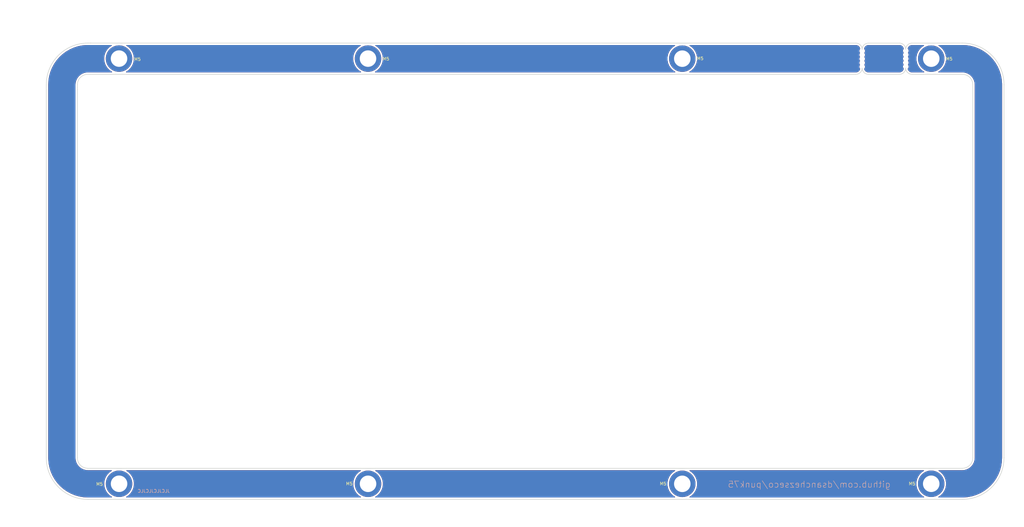
<source format=kicad_pcb>
(kicad_pcb (version 20171130) (host pcbnew 5.1.6)

  (general
    (thickness 1.6)
    (drawings 34)
    (tracks 0)
    (zones 0)
    (modules 10)
    (nets 1)
  )

  (page A3)
  (layers
    (0 F.Cu signal)
    (31 B.Cu signal)
    (32 B.Adhes user hide)
    (33 F.Adhes user hide)
    (34 B.Paste user)
    (35 F.Paste user)
    (36 B.SilkS user)
    (37 F.SilkS user)
    (38 B.Mask user)
    (39 F.Mask user)
    (40 Dwgs.User user hide)
    (41 Cmts.User user hide)
    (42 Eco1.User user hide)
    (43 Eco2.User user hide)
    (44 Edge.Cuts user)
    (45 Margin user hide)
    (46 B.CrtYd user hide)
    (47 F.CrtYd user hide)
    (48 B.Fab user hide)
    (49 F.Fab user hide)
  )

  (setup
    (last_trace_width 0.25)
    (trace_clearance 0.2)
    (zone_clearance 0.508)
    (zone_45_only no)
    (trace_min 0.2)
    (via_size 0.8)
    (via_drill 0.4)
    (via_min_size 0.4)
    (via_min_drill 0.3)
    (uvia_size 0.3)
    (uvia_drill 0.1)
    (uvias_allowed no)
    (uvia_min_size 0.2)
    (uvia_min_drill 0.1)
    (edge_width 0.05)
    (segment_width 0.2)
    (pcb_text_width 0.3)
    (pcb_text_size 1.5 1.5)
    (mod_edge_width 0.12)
    (mod_text_size 1 1)
    (mod_text_width 0.15)
    (pad_size 2.831378 2.25)
    (pad_drill 2.051378)
    (pad_to_mask_clearance 0.051)
    (solder_mask_min_width 0.25)
    (aux_axis_origin 0 0)
    (visible_elements 7FFFFFFF)
    (pcbplotparams
      (layerselection 0x010f0_ffffffff)
      (usegerberextensions false)
      (usegerberattributes false)
      (usegerberadvancedattributes false)
      (creategerberjobfile false)
      (excludeedgelayer true)
      (linewidth 0.100000)
      (plotframeref false)
      (viasonmask false)
      (mode 1)
      (useauxorigin true)
      (hpglpennumber 1)
      (hpglpenspeed 20)
      (hpglpendiameter 15.000000)
      (psnegative false)
      (psa4output false)
      (plotreference true)
      (plotvalue true)
      (plotinvisibletext false)
      (padsonsilk false)
      (subtractmaskfromsilk false)
      (outputformat 1)
      (mirror false)
      (drillshape 0)
      (scaleselection 1)
      (outputdirectory "generated/gerber/"))
  )

  (net 0 "")

  (net_class Default "This is the default net class."
    (clearance 0.2)
    (trace_width 0.25)
    (via_dia 0.8)
    (via_drill 0.4)
    (uvia_dia 0.3)
    (uvia_drill 0.1)
  )

  (net_class Power ""
    (clearance 0.2)
    (trace_width 0.38)
    (via_dia 0.8)
    (via_drill 0.4)
    (uvia_dia 0.3)
    (uvia_drill 0.1)
  )

  (module MountingHole:MountingHole_5.3mm_M5_ISO14580_Pad (layer F.Cu) (tedit 56D1B4CB) (tstamp 5EE8E50F)
    (at 352.75 99.5)
    (descr "Mounting Hole 5.3mm, M5, ISO14580")
    (tags "mounting hole 5.3mm m5 iso14580")
    (attr virtual)
    (fp_text reference REF** (at 0 -4.2) (layer F.Fab)
      (effects (font (size 1 1) (thickness 0.15)))
    )
    (fp_text value M5 (at 5.771 0.068) (layer F.SilkS)
      (effects (font (size 1 1) (thickness 0.15)))
    )
    (fp_text user %R (at 0.3 0) (layer F.Fab)
      (effects (font (size 1 1) (thickness 0.15)))
    )
    (fp_circle (center 0 0) (end 4.25 0) (layer Cmts.User) (width 0.15))
    (fp_circle (center 0 0) (end 4.5 0) (layer F.CrtYd) (width 0.05))
    (pad 1 thru_hole circle (at 0 0) (size 8.5 8.5) (drill 5.3) (layers *.Cu *.Mask))
  )

  (module MountingHole:MountingHole_5.3mm_M5_ISO14580_Pad (layer F.Cu) (tedit 56D1B4CB) (tstamp 5EE8E46A)
    (at 171.76 99.48)
    (descr "Mounting Hole 5.3mm, M5, ISO14580")
    (tags "mounting hole 5.3mm m5 iso14580")
    (attr virtual)
    (fp_text reference REF** (at 0 -4.2) (layer F.Fab)
      (effects (font (size 1 1) (thickness 0.15)))
    )
    (fp_text value M5 (at 5.786 0.088) (layer F.SilkS)
      (effects (font (size 1 1) (thickness 0.15)))
    )
    (fp_text user %R (at 0.3 0) (layer F.Fab)
      (effects (font (size 1 1) (thickness 0.15)))
    )
    (fp_circle (center 0 0) (end 4.25 0) (layer Cmts.User) (width 0.15))
    (fp_circle (center 0 0) (end 4.5 0) (layer F.CrtYd) (width 0.05))
    (pad 1 thru_hole circle (at 0 0) (size 8.5 8.5) (drill 5.3) (layers *.Cu *.Mask))
  )

  (module MountingHole:MountingHole_5.3mm_M5_ISO14580_Pad (layer F.Cu) (tedit 56D1B4CB) (tstamp 5EE8E445)
    (at 91.75 99.48)
    (descr "Mounting Hole 5.3mm, M5, ISO14580")
    (tags "mounting hole 5.3mm m5 iso14580")
    (attr virtual)
    (fp_text reference REF** (at 0 -4.2) (layer F.Fab)
      (effects (font (size 1 1) (thickness 0.15)))
    )
    (fp_text value M5 (at 5.913 0.215) (layer F.SilkS)
      (effects (font (size 1 1) (thickness 0.15)))
    )
    (fp_text user %R (at 0.3 0) (layer F.Fab)
      (effects (font (size 1 1) (thickness 0.15)))
    )
    (fp_circle (center 0 0) (end 4.25 0) (layer Cmts.User) (width 0.15))
    (fp_circle (center 0 0) (end 4.5 0) (layer F.CrtYd) (width 0.05))
    (pad 1 thru_hole circle (at 0 0) (size 8.5 8.5) (drill 5.3) (layers *.Cu *.Mask))
  )

  (module MountingHole:MountingHole_5.3mm_M5_ISO14580_Pad (layer F.Cu) (tedit 56D1B4CB) (tstamp 5EE8E403)
    (at 272.75 236.13)
    (descr "Mounting Hole 5.3mm, M5, ISO14580")
    (tags "mounting hole 5.3mm m5 iso14580")
    (attr virtual)
    (fp_text reference REF** (at 0.03 4.2) (layer F.Fab)
      (effects (font (size 1 1) (thickness 0.15)))
    )
    (fp_text value M5 (at -6.177 -0.037) (layer F.SilkS)
      (effects (font (size 1 1) (thickness 0.15)))
    )
    (fp_text user %R (at 0.3 0) (layer F.Fab)
      (effects (font (size 1 1) (thickness 0.15)))
    )
    (fp_circle (center 0 0) (end 4.25 0) (layer Cmts.User) (width 0.15))
    (fp_circle (center 0 0) (end 4.5 0) (layer F.CrtYd) (width 0.05))
    (pad 1 thru_hole circle (at 0 0) (size 8.5 8.5) (drill 5.3) (layers *.Cu *.Mask))
  )

  (module MountingHole:MountingHole_5.3mm_M5_ISO14580_Pad (layer F.Cu) (tedit 56D1B4CB) (tstamp 5EE8E3B9)
    (at 171.77 236.12)
    (descr "Mounting Hole 5.3mm, M5, ISO14580")
    (tags "mounting hole 5.3mm m5 iso14580")
    (attr virtual)
    (fp_text reference REF** (at 0 4.17) (layer F.Fab)
      (effects (font (size 1 1) (thickness 0.15)))
    )
    (fp_text value M5 (at -6.035 -0.027) (layer F.SilkS)
      (effects (font (size 1 1) (thickness 0.15)))
    )
    (fp_text user %R (at 0.3 0) (layer F.Fab)
      (effects (font (size 1 1) (thickness 0.15)))
    )
    (fp_circle (center 0 0) (end 4.25 0) (layer Cmts.User) (width 0.15))
    (fp_circle (center 0 0) (end 4.5 0) (layer F.CrtYd) (width 0.05))
    (pad 1 thru_hole circle (at 0 0) (size 8.5 8.5) (drill 5.3) (layers *.Cu *.Mask))
  )

  (module MountingHole:MountingHole_5.3mm_M5_ISO14580_Pad (layer F.Cu) (tedit 56D1B4CB) (tstamp 5EE8E36D)
    (at 91.76 236.11)
    (descr "Mounting Hole 5.3mm, M5, ISO14580")
    (tags "mounting hole 5.3mm m5 iso14580")
    (attr virtual)
    (fp_text reference REF** (at -0.01 4.1) (layer F.Fab)
      (effects (font (size 1 1) (thickness 0.15)))
    )
    (fp_text value M5 (at -6.289 0.11) (layer F.SilkS)
      (effects (font (size 1 1) (thickness 0.15)))
    )
    (fp_text user %R (at 0.3 0) (layer F.Fab)
      (effects (font (size 1 1) (thickness 0.15)))
    )
    (fp_circle (center 0 0) (end 4.25 0) (layer Cmts.User) (width 0.15))
    (fp_circle (center 0 0) (end 4.5 0) (layer F.CrtYd) (width 0.05))
    (pad 1 thru_hole circle (at 0 0) (size 8.5 8.5) (drill 5.3) (layers *.Cu *.Mask))
  )

  (module MountingHole:MountingHole_5.3mm_M5_ISO14580_Pad (layer F.Cu) (tedit 56D1B4CB) (tstamp 5EE8E307)
    (at 352.74 236.11)
    (descr "Mounting Hole 5.3mm, M5, ISO14580")
    (tags "mounting hole 5.3mm m5 iso14580")
    (attr virtual)
    (fp_text reference REF** (at 0.11 4.13) (layer F.Fab)
      (effects (font (size 1 1) (thickness 0.15)))
    )
    (fp_text value M5 (at -6.157 -0.017) (layer F.SilkS)
      (effects (font (size 1 1) (thickness 0.15)))
    )
    (fp_text user %R (at 0.3 0) (layer F.Fab)
      (effects (font (size 1 1) (thickness 0.15)))
    )
    (fp_circle (center 0 0) (end 4.25 0) (layer Cmts.User) (width 0.15))
    (fp_circle (center 0 0) (end 4.5 0) (layer F.CrtYd) (width 0.05))
    (pad 1 thru_hole circle (at 0 0) (size 8.5 8.5) (drill 5.3) (layers *.Cu *.Mask))
  )

  (module MountingHole:MountingHole_5.3mm_M5_ISO14580_Pad (layer F.Cu) (tedit 56D1B4CB) (tstamp 5EE8E4C0)
    (at 272.75 99.5)
    (descr "Mounting Hole 5.3mm, M5, ISO14580")
    (tags "mounting hole 5.3mm m5 iso14580")
    (attr virtual)
    (fp_text reference REF** (at 0 -4.2) (layer F.Fab)
      (effects (font (size 1 1) (thickness 0.15)))
    )
    (fp_text value M5 (at 5.761 -0.059) (layer F.SilkS)
      (effects (font (size 1 1) (thickness 0.15)))
    )
    (fp_text user %R (at 0.3 0) (layer F.Fab)
      (effects (font (size 1 1) (thickness 0.15)))
    )
    (fp_circle (center 0 0) (end 4.25 0) (layer Cmts.User) (width 0.15))
    (fp_circle (center 0 0) (end 4.5 0) (layer F.CrtYd) (width 0.05))
    (pad 1 thru_hole circle (at 0 0) (size 8.5 8.5) (drill 5.3) (layers *.Cu *.Mask))
  )

  (module random-keyboard-parts:breakaway-mousebites (layer F.Cu) (tedit 5C42C501) (tstamp 5EE92B54)
    (at 344.8304 99.5172 90)
    (attr virtual)
    (fp_text reference REF** (at 0 -1.524 90) (layer Dwgs.User)
      (effects (font (size 1 1) (thickness 0.15)))
    )
    (fp_text value breakaway-mousebites (at 0 0.762 90) (layer Dwgs.User)
      (effects (font (size 1 1) (thickness 0.15)))
    )
    (fp_line (start -2.794 0) (end 2.794 0) (layer Dwgs.User) (width 0.15))
    (fp_line (start 0.254 0) (end -0.254 0) (layer B.CrtYd) (width 0.15))
    (fp_line (start -1.016 0) (end -1.524 0) (layer B.CrtYd) (width 0.15))
    (fp_line (start -2.286 0) (end -2.794 0) (layer B.CrtYd) (width 0.15))
    (fp_line (start 1.016 0) (end 1.524 0) (layer B.CrtYd) (width 0.15))
    (fp_line (start 2.286 0) (end 2.794 0) (layer B.CrtYd) (width 0.15))
    (pad "" np_thru_hole circle (at 0 -0.254 90) (size 0.7874 0.7874) (drill 0.7874) (layers *.Cu *.Mask))
    (pad "" np_thru_hole circle (at 1.27 -0.254 90) (size 0.7874 0.7874) (drill 0.7874) (layers *.Cu *.Mask))
    (pad "" np_thru_hole circle (at 2.54 -0.254 90) (size 0.7874 0.7874) (drill 0.7874) (layers *.Cu *.Mask))
    (pad "" np_thru_hole circle (at -1.27 -0.254 90) (size 0.7874 0.7874) (drill 0.7874) (layers *.Cu *.Mask))
    (pad "" np_thru_hole circle (at -2.54 -0.254 90) (size 0.7874 0.7874) (drill 0.7874) (layers *.Cu *.Mask))
  )

  (module random-keyboard-parts:breakaway-mousebites (layer F.Cu) (tedit 5C42C501) (tstamp 5EE92B8D)
    (at 330.8096 99.568 90)
    (attr virtual)
    (fp_text reference REF** (at 0 -1.524 90) (layer Dwgs.User)
      (effects (font (size 1 1) (thickness 0.15)))
    )
    (fp_text value breakaway-mousebites (at 0 0.762 90) (layer Dwgs.User)
      (effects (font (size 1 1) (thickness 0.15)))
    )
    (fp_line (start 2.286 0) (end 2.794 0) (layer B.CrtYd) (width 0.15))
    (fp_line (start 1.016 0) (end 1.524 0) (layer B.CrtYd) (width 0.15))
    (fp_line (start -2.286 0) (end -2.794 0) (layer B.CrtYd) (width 0.15))
    (fp_line (start -1.016 0) (end -1.524 0) (layer B.CrtYd) (width 0.15))
    (fp_line (start 0.254 0) (end -0.254 0) (layer B.CrtYd) (width 0.15))
    (fp_line (start -2.794 0) (end 2.794 0) (layer Dwgs.User) (width 0.15))
    (pad "" np_thru_hole circle (at -2.54 -0.254 90) (size 0.7874 0.7874) (drill 0.7874) (layers *.Cu *.Mask))
    (pad "" np_thru_hole circle (at -1.27 -0.254 90) (size 0.7874 0.7874) (drill 0.7874) (layers *.Cu *.Mask))
    (pad "" np_thru_hole circle (at 2.54 -0.254 90) (size 0.7874 0.7874) (drill 0.7874) (layers *.Cu *.Mask))
    (pad "" np_thru_hole circle (at 1.27 -0.254 90) (size 0.7874 0.7874) (drill 0.7874) (layers *.Cu *.Mask))
    (pad "" np_thru_hole circle (at 0 -0.254 90) (size 0.7874 0.7874) (drill 0.7874) (layers *.Cu *.Mask))
  )

  (gr_line (start 342.5444 104.519999) (end 332.549 104.519999) (layer Edge.Cuts) (width 0.2) (tstamp 5EE92BD8))
  (gr_arc (start 332.549 102.519999) (end 330.549 102.519999) (angle -90) (layer Edge.Cuts) (width 0.2) (tstamp 5EE92BD5))
  (gr_arc (start 342.5444 102.519999) (end 342.5444 104.519999) (angle -90) (layer Edge.Cuts) (width 0.2) (tstamp 5EE92BD2))
  (gr_line (start 342.5444 94.52) (end 332.549 94.52) (layer Edge.Cuts) (width 0.2) (tstamp 5EE92BCE))
  (gr_arc (start 342.5444 96.52) (end 344.549 96.52) (angle -90) (layer Edge.Cuts) (width 0.2) (tstamp 5EE92BCC))
  (gr_arc (start 332.549 96.52) (end 332.549 94.52) (angle -90) (layer Edge.Cuts) (width 0.2) (tstamp 5EE92BC9))
  (gr_line (start 328.549 94.52) (end 82.555 94.49775) (layer Edge.Cuts) (width 0.2))
  (gr_line (start 366.111976 227.7575) (end 366.111976 107.90125) (layer Edge.Cuts) (width 0.2))
  (gr_arc (start 81.743226 107.90125) (end 81.743226 104.519999) (angle -90) (layer Edge.Cuts) (width 0.2))
  (gr_line (start 82.536976 104.519999) (end 81.743226 104.519999) (layer Edge.Cuts) (width 0.2))
  (gr_line (start 362.74875 94.49775) (end 346.549 94.52) (layer Edge.Cuts) (width 0.2))
  (gr_line (start 362.730726 104.519999) (end 346.549 104.519999) (layer Edge.Cuts) (width 0.2))
  (gr_arc (start 362.730726 107.90125) (end 366.111976 107.90125) (angle -90) (layer Edge.Cuts) (width 0.2))
  (gr_arc (start 81.743226 227.7575) (end 78.361975 227.7575) (angle -90) (layer Edge.Cuts) (width 0.2))
  (gr_line (start 81.743226 231.13875) (end 362.730726 231.13875) (layer Edge.Cuts) (width 0.2))
  (gr_arc (start 346.549 96.52) (end 346.549 94.52) (angle -90) (layer Edge.Cuts) (width 0.2))
  (gr_arc (start 346.549 102.519999) (end 344.5444 102.519999) (angle -90) (layer Edge.Cuts) (width 0.2))
  (gr_line (start 78.361975 107.90125) (end 78.361975 109.48875) (layer Edge.Cuts) (width 0.2))
  (gr_line (start 78.361975 109.48875) (end 78.361975 227.7575) (layer Edge.Cuts) (width 0.2))
  (gr_arc (start 362.730726 227.7575) (end 362.730726 231.13875) (angle -90) (layer Edge.Cuts) (width 0.2))
  (gr_line (start 82.536976 104.519999) (end 328.549 104.519999) (layer Edge.Cuts) (width 0.2))
  (gr_arc (start 328.549 102.519999) (end 328.549 104.519999) (angle -90) (layer Edge.Cuts) (width 0.2))
  (gr_arc (start 328.549 96.52) (end 330.549 96.52) (angle -90) (layer Edge.Cuts) (width 0.2))
  (gr_line (start 376.13 227.73525) (end 376.13 107.879) (layer Edge.Cuts) (width 0.2))
  (gr_arc (start 362.74875 227.73525) (end 362.74875 241.1165) (angle -90) (layer Edge.Cuts) (width 0.2))
  (gr_arc (start 81.76125 107.879) (end 81.76125 94.49775) (angle -90) (layer Edge.Cuts) (width 0.2))
  (gr_line (start 82.555 94.49775) (end 81.76125 94.49775) (layer Edge.Cuts) (width 0.2))
  (gr_line (start 81.76125 241.1165) (end 362.74875 241.1165) (layer Edge.Cuts) (width 0.2))
  (gr_line (start 68.38 109.4665) (end 68.38 227.73525) (layer Edge.Cuts) (width 0.2))
  (gr_arc (start 81.76125 227.73525) (end 68.38 227.73525) (angle -90) (layer Edge.Cuts) (width 0.2))
  (gr_line (start 68.38 107.879) (end 68.38 109.4665) (layer Edge.Cuts) (width 0.2))
  (gr_arc (start 362.74875 107.879) (end 376.13 107.879) (angle -90) (layer Edge.Cuts) (width 0.2))
  (gr_text JLCJLCJLCJLC (at 102.9 238.44) (layer B.SilkS)
    (effects (font (size 1 1) (thickness 0.15)) (justify mirror))
  )
  (gr_text github.com/dsanchezseco/punk75 (at 313.5376 236.3216) (layer B.SilkS) (tstamp 5EC58117)
    (effects (font (size 2 2) (thickness 0.15)) (justify mirror))
  )

  (zone (net 0) (net_name "") (layer F.Cu) (tstamp 5EE92C2F) (hatch edge 0.508)
    (connect_pads (clearance 0.508))
    (min_thickness 0.254)
    (fill yes (arc_segments 32) (thermal_gap 0.508) (thermal_bridge_width 0.508))
    (polygon
      (pts
        (xy 382.57 85.6) (xy 382.45 249.83) (xy 53.54 247.92) (xy 55.59 80.76)
      )
    )
    (filled_polygon
      (pts
        (xy 168.655994 232.325573) (xy 167.975573 233.005994) (xy 167.44097 233.806085) (xy 167.072728 234.695098) (xy 166.885 235.63887)
        (xy 166.885 236.60113) (xy 167.072728 237.544902) (xy 167.44097 238.433915) (xy 167.975573 239.234006) (xy 168.655994 239.914427)
        (xy 169.355019 240.3815) (xy 94.160015 240.3815) (xy 94.874006 239.904427) (xy 95.554427 239.224006) (xy 96.08903 238.423915)
        (xy 96.457272 237.534902) (xy 96.645 236.59113) (xy 96.645 235.62887) (xy 96.457272 234.685098) (xy 96.08903 233.796085)
        (xy 95.554427 232.995994) (xy 94.874006 232.315573) (xy 94.21277 231.87375) (xy 169.332196 231.87375)
      )
    )
    (filled_polygon
      (pts
        (xy 89.312779 95.233361) (xy 88.635994 95.685573) (xy 87.955573 96.365994) (xy 87.42097 97.166085) (xy 87.052728 98.055098)
        (xy 86.865 98.99887) (xy 86.865 99.96113) (xy 87.052728 100.904902) (xy 87.42097 101.793915) (xy 87.955573 102.594006)
        (xy 88.635994 103.274427) (xy 89.40012 103.784999) (xy 81.707121 103.784999) (xy 81.67408 103.788253) (xy 81.653006 103.788106)
        (xy 81.642792 103.789107) (xy 80.986502 103.858086) (xy 80.921188 103.871493) (xy 80.85581 103.883965) (xy 80.845985 103.88693)
        (xy 80.215594 104.082069) (xy 80.154131 104.107906) (xy 80.092417 104.13284) (xy 80.08336 104.137655) (xy 80.083355 104.137657)
        (xy 80.083351 104.13766) (xy 79.50287 104.451524) (xy 79.447631 104.488784) (xy 79.3919 104.525253) (xy 79.383947 104.531739)
        (xy 78.875482 104.952378) (xy 78.828505 104.999684) (xy 78.780947 105.046256) (xy 78.774405 105.054163) (xy 78.357326 105.565552)
        (xy 78.320439 105.621071) (xy 78.282825 105.676006) (xy 78.277943 105.685033) (xy 77.968137 106.267694) (xy 77.942742 106.329307)
        (xy 77.916509 106.390513) (xy 77.913474 106.400316) (xy 77.72274 107.032056) (xy 77.709793 107.097446) (xy 77.695951 107.162566)
        (xy 77.694878 107.172772) (xy 77.630483 107.829527) (xy 77.626975 107.865146) (xy 77.626976 109.452636) (xy 77.626975 109.452646)
        (xy 77.626976 227.793605) (xy 77.630229 227.826636) (xy 77.630082 227.84772) (xy 77.631083 227.857934) (xy 77.700062 228.514224)
        (xy 77.713469 228.579538) (xy 77.725941 228.644916) (xy 77.728906 228.65474) (xy 77.924045 229.285132) (xy 77.949883 229.346599)
        (xy 77.974816 229.40831) (xy 77.979633 229.417371) (xy 78.2935 229.997856) (xy 78.33078 230.053126) (xy 78.367229 230.108826)
        (xy 78.373715 230.116779) (xy 78.794354 230.625243) (xy 78.841641 230.672202) (xy 78.888232 230.719779) (xy 78.896139 230.726321)
        (xy 79.407528 231.1434) (xy 79.463047 231.180287) (xy 79.517982 231.217901) (xy 79.527009 231.222783) (xy 80.109669 231.532589)
        (xy 80.171296 231.55799) (xy 80.232489 231.584217) (xy 80.242292 231.587252) (xy 80.874032 231.777986) (xy 80.939422 231.790933)
        (xy 81.004542 231.804775) (xy 81.014746 231.805848) (xy 81.014748 231.805848) (xy 81.671503 231.870243) (xy 81.671513 231.870243)
        (xy 81.707121 231.87375) (xy 89.30723 231.87375) (xy 88.645994 232.315573) (xy 87.965573 232.995994) (xy 87.43097 233.796085)
        (xy 87.062728 234.685098) (xy 86.875 235.62887) (xy 86.875 236.59113) (xy 87.062728 237.534902) (xy 87.43097 238.423915)
        (xy 87.965573 239.224006) (xy 88.645994 239.904427) (xy 89.359985 240.3815) (xy 81.78145 240.3815) (xy 80.373653 240.304024)
        (xy 79.002805 240.075853) (xy 77.66527 239.69863) (xy 76.37721 239.176911) (xy 75.154179 238.517) (xy 74.010957 237.72687)
        (xy 72.96134 236.816059) (xy 72.018006 235.795567) (xy 71.192349 234.677717) (xy 70.494349 233.476022) (xy 69.932433 232.204992)
        (xy 69.513382 230.879965) (xy 69.242265 229.516968) (xy 69.121104 228.118028) (xy 69.115 227.729498) (xy 69.115 107.8992)
        (xy 69.192476 106.491394) (xy 69.420647 105.120554) (xy 69.79787 103.783021) (xy 70.319585 102.494967) (xy 70.979496 101.271936)
        (xy 71.769633 100.128703) (xy 72.680445 99.079085) (xy 73.700933 98.135756) (xy 74.818783 97.310099) (xy 76.020478 96.612099)
        (xy 77.291505 96.050184) (xy 78.616536 95.631132) (xy 79.97953 95.360015) (xy 81.378474 95.238854) (xy 81.767002 95.23275)
        (xy 82.563052 95.23275)
      )
    )
    (filled_polygon
      (pts
        (xy 269.635994 232.335573) (xy 268.955573 233.015994) (xy 268.42097 233.816085) (xy 268.052728 234.705098) (xy 267.865 235.64887)
        (xy 267.865 236.61113) (xy 268.052728 237.554902) (xy 268.42097 238.443915) (xy 268.955573 239.244006) (xy 269.635994 239.924427)
        (xy 270.320053 240.3815) (xy 174.184981 240.3815) (xy 174.884006 239.914427) (xy 175.564427 239.234006) (xy 176.09903 238.433915)
        (xy 176.467272 237.544902) (xy 176.655 236.60113) (xy 176.655 235.63887) (xy 176.467272 234.695098) (xy 176.09903 233.806085)
        (xy 175.564427 233.005994) (xy 174.884006 232.325573) (xy 174.207804 231.87375) (xy 270.327162 231.87375)
      )
    )
    (filled_polygon
      (pts
        (xy 349.625994 232.315573) (xy 348.945573 232.995994) (xy 348.41097 233.796085) (xy 348.042728 234.685098) (xy 347.855 235.62887)
        (xy 347.855 236.59113) (xy 348.042728 237.534902) (xy 348.41097 238.423915) (xy 348.945573 239.224006) (xy 349.625994 239.904427)
        (xy 350.339985 240.3815) (xy 275.179947 240.3815) (xy 275.864006 239.924427) (xy 276.544427 239.244006) (xy 277.07903 238.443915)
        (xy 277.447272 237.554902) (xy 277.635 236.61113) (xy 277.635 235.64887) (xy 277.447272 234.705098) (xy 277.07903 233.816085)
        (xy 276.544427 233.015994) (xy 275.864006 232.335573) (xy 275.172838 231.87375) (xy 350.28723 231.87375)
      )
    )
    (filled_polygon
      (pts
        (xy 364.136356 95.310226) (xy 365.507196 95.538397) (xy 366.844729 95.91562) (xy 368.132783 96.437335) (xy 369.355814 97.097246)
        (xy 370.499047 97.887383) (xy 371.548665 98.798195) (xy 372.491994 99.818683) (xy 373.317651 100.936533) (xy 374.015651 102.138228)
        (xy 374.577566 103.409255) (xy 374.996618 104.734286) (xy 375.267735 106.09728) (xy 375.388896 107.496224) (xy 375.395001 107.884816)
        (xy 375.395 227.71505) (xy 375.317524 229.122847) (xy 375.089353 230.493695) (xy 374.71213 231.83123) (xy 374.190411 233.11929)
        (xy 373.5305 234.342321) (xy 372.74037 235.485543) (xy 371.829559 236.53516) (xy 370.809067 237.478494) (xy 369.691217 238.304151)
        (xy 368.489522 239.002151) (xy 367.218492 239.564067) (xy 365.893465 239.983118) (xy 364.530468 240.254235) (xy 363.131528 240.375396)
        (xy 362.742998 240.3815) (xy 355.140015 240.3815) (xy 355.854006 239.904427) (xy 356.534427 239.224006) (xy 357.06903 238.423915)
        (xy 357.437272 237.534902) (xy 357.625 236.59113) (xy 357.625 235.62887) (xy 357.437272 234.685098) (xy 357.06903 233.796085)
        (xy 356.534427 232.995994) (xy 355.854006 232.315573) (xy 355.19277 231.87375) (xy 362.766831 231.87375) (xy 362.799872 231.870496)
        (xy 362.820946 231.870643) (xy 362.83116 231.869642) (xy 363.48745 231.800663) (xy 363.552764 231.787256) (xy 363.618142 231.774784)
        (xy 363.627966 231.771819) (xy 364.258358 231.57668) (xy 364.319825 231.550842) (xy 364.381536 231.525909) (xy 364.390588 231.521096)
        (xy 364.390597 231.521092) (xy 364.390604 231.521087) (xy 364.971081 231.207224) (xy 365.026325 231.169962) (xy 365.082051 231.133496)
        (xy 365.090004 231.12701) (xy 365.598468 230.706371) (xy 365.645427 230.659084) (xy 365.693004 230.612493) (xy 365.699546 230.604586)
        (xy 366.116625 230.093197) (xy 366.153512 230.037678) (xy 366.191126 229.982743) (xy 366.196008 229.973716) (xy 366.505814 229.391056)
        (xy 366.531215 229.329429) (xy 366.557442 229.268236) (xy 366.560477 229.258433) (xy 366.751211 228.626694) (xy 366.76416 228.561298)
        (xy 366.778 228.496184) (xy 366.779073 228.485978) (xy 366.843468 227.829223) (xy 366.846976 227.793605) (xy 366.846976 107.865145)
        (xy 366.843722 107.832104) (xy 366.843869 107.81103) (xy 366.842868 107.800816) (xy 366.773889 107.144526) (xy 366.760482 107.079212)
        (xy 366.74801 107.013834) (xy 366.745045 107.004009) (xy 366.549906 106.373618) (xy 366.524068 106.312151) (xy 366.499135 106.25044)
        (xy 366.494318 106.241379) (xy 366.18045 105.660895) (xy 366.143198 105.605667) (xy 366.106722 105.549925) (xy 366.100236 105.541972)
        (xy 365.679597 105.033507) (xy 365.632291 104.98653) (xy 365.585719 104.938972) (xy 365.577812 104.93243) (xy 365.066423 104.515351)
        (xy 365.010904 104.478464) (xy 364.955969 104.44085) (xy 364.946942 104.435968) (xy 364.364281 104.126162) (xy 364.302668 104.100767)
        (xy 364.241462 104.074534) (xy 364.231659 104.071499) (xy 363.59992 103.880765) (xy 363.53453 103.867818) (xy 363.46941 103.853976)
        (xy 363.459206 103.852903) (xy 363.459204 103.852903) (xy 362.804645 103.788723) (xy 362.766831 103.784999) (xy 355.129812 103.784999)
        (xy 355.864006 103.294427) (xy 356.544427 102.614006) (xy 357.07903 101.813915) (xy 357.447272 100.924902) (xy 357.635 99.98113)
        (xy 357.635 99.01887) (xy 357.447272 98.075098) (xy 357.07903 97.186085) (xy 356.544427 96.385994) (xy 355.864006 95.705573)
        (xy 355.17195 95.243156) (xy 362.729041 95.232777)
      )
    )
    (filled_polygon
      (pts
        (xy 328.513017 95.254996) (xy 328.794021 95.282549) (xy 329.029712 95.353708) (xy 329.247089 95.469291) (xy 329.437879 95.624895)
        (xy 329.594811 95.814593) (xy 329.711906 96.031157) (xy 329.784709 96.266344) (xy 329.792103 96.336696) (xy 329.756557 96.372242)
        (xy 329.643978 96.540728) (xy 329.566433 96.727939) (xy 329.5269 96.926682) (xy 329.5269 97.129318) (xy 329.566433 97.328061)
        (xy 329.643978 97.515272) (xy 329.742687 97.663) (xy 329.643978 97.810728) (xy 329.566433 97.997939) (xy 329.5269 98.196682)
        (xy 329.5269 98.399318) (xy 329.566433 98.598061) (xy 329.643978 98.785272) (xy 329.742687 98.933) (xy 329.643978 99.080728)
        (xy 329.566433 99.267939) (xy 329.5269 99.466682) (xy 329.5269 99.669318) (xy 329.566433 99.868061) (xy 329.643978 100.055272)
        (xy 329.742687 100.203) (xy 329.643978 100.350728) (xy 329.566433 100.537939) (xy 329.5269 100.736682) (xy 329.5269 100.939318)
        (xy 329.566433 101.138061) (xy 329.643978 101.325272) (xy 329.742687 101.473) (xy 329.643978 101.620728) (xy 329.566433 101.807939)
        (xy 329.5269 102.006682) (xy 329.5269 102.209318) (xy 329.566433 102.408061) (xy 329.643978 102.595272) (xy 329.756557 102.763758)
        (xy 329.779811 102.787012) (xy 329.715291 103.000711) (xy 329.599711 103.218087) (xy 329.444104 103.408878) (xy 329.254408 103.56581)
        (xy 329.037843 103.682905) (xy 328.802656 103.755708) (xy 328.523972 103.784999) (xy 275.129812 103.784999) (xy 275.864006 103.294427)
        (xy 276.544427 102.614006) (xy 277.07903 101.813915) (xy 277.447272 100.924902) (xy 277.635 99.98113) (xy 277.635 99.01887)
        (xy 277.447272 98.075098) (xy 277.07903 97.186085) (xy 276.544427 96.385994) (xy 275.864006 95.705573) (xy 275.18245 95.250173)
      )
    )
    (filled_polygon
      (pts
        (xy 169.311949 95.240597) (xy 168.645994 95.685573) (xy 167.965573 96.365994) (xy 167.43097 97.166085) (xy 167.062728 98.055098)
        (xy 166.875 98.99887) (xy 166.875 99.96113) (xy 167.062728 100.904902) (xy 167.43097 101.793915) (xy 167.965573 102.594006)
        (xy 168.645994 103.274427) (xy 169.41012 103.784999) (xy 94.09988 103.784999) (xy 94.864006 103.274427) (xy 95.544427 102.594006)
        (xy 96.07903 101.793915) (xy 96.447272 100.904902) (xy 96.635 99.96113) (xy 96.635 98.99887) (xy 96.447272 98.055098)
        (xy 96.07903 97.166085) (xy 95.544427 96.365994) (xy 94.864006 95.685573) (xy 94.187881 95.233801)
      )
    )
    (filled_polygon
      (pts
        (xy 342.790313 95.278036) (xy 343.026863 95.349455) (xy 343.245034 95.465458) (xy 343.43652 95.621631) (xy 343.594023 95.812019)
        (xy 343.71155 96.02938) (xy 343.784616 96.265416) (xy 343.789254 96.309545) (xy 343.777357 96.321442) (xy 343.664778 96.489928)
        (xy 343.587233 96.677139) (xy 343.5477 96.875882) (xy 343.5477 97.078518) (xy 343.587233 97.277261) (xy 343.664778 97.464472)
        (xy 343.763487 97.6122) (xy 343.664778 97.759928) (xy 343.587233 97.947139) (xy 343.5477 98.145882) (xy 343.5477 98.348518)
        (xy 343.587233 98.547261) (xy 343.664778 98.734472) (xy 343.763487 98.8822) (xy 343.664778 99.029928) (xy 343.587233 99.217139)
        (xy 343.5477 99.415882) (xy 343.5477 99.618518) (xy 343.587233 99.817261) (xy 343.664778 100.004472) (xy 343.763487 100.1522)
        (xy 343.664778 100.299928) (xy 343.587233 100.487139) (xy 343.5477 100.685882) (xy 343.5477 100.888518) (xy 343.587233 101.087261)
        (xy 343.664778 101.274472) (xy 343.763487 101.4222) (xy 343.664778 101.569928) (xy 343.587233 101.757139) (xy 343.5477 101.955882)
        (xy 343.5477 102.158518) (xy 343.587233 102.357261) (xy 343.664778 102.544472) (xy 343.777357 102.712958) (xy 343.786098 102.721699)
        (xy 343.781851 102.76502) (xy 343.710691 103.000711) (xy 343.595111 103.218087) (xy 343.439504 103.408878) (xy 343.249808 103.56581)
        (xy 343.033243 103.682905) (xy 342.798056 103.755708) (xy 342.519372 103.784999) (xy 332.584947 103.784999) (xy 332.303979 103.75745)
        (xy 332.068288 103.68629) (xy 331.850912 103.57071) (xy 331.660121 103.415103) (xy 331.503189 103.225407) (xy 331.386094 103.008842)
        (xy 331.320726 102.797675) (xy 331.354643 102.763758) (xy 331.467222 102.595272) (xy 331.544767 102.408061) (xy 331.5843 102.209318)
        (xy 331.5843 102.006682) (xy 331.544767 101.807939) (xy 331.467222 101.620728) (xy 331.368513 101.473) (xy 331.467222 101.325272)
        (xy 331.544767 101.138061) (xy 331.5843 100.939318) (xy 331.5843 100.736682) (xy 331.544767 100.537939) (xy 331.467222 100.350728)
        (xy 331.368513 100.203) (xy 331.467222 100.055272) (xy 331.544767 99.868061) (xy 331.5843 99.669318) (xy 331.5843 99.466682)
        (xy 331.544767 99.267939) (xy 331.467222 99.080728) (xy 331.368513 98.933) (xy 331.467222 98.785272) (xy 331.544767 98.598061)
        (xy 331.5843 98.399318) (xy 331.5843 98.196682) (xy 331.544767 97.997939) (xy 331.467222 97.810728) (xy 331.368513 97.663)
        (xy 331.467222 97.515272) (xy 331.544767 97.328061) (xy 331.5843 97.129318) (xy 331.5843 96.926682) (xy 331.544767 96.727939)
        (xy 331.467222 96.540728) (xy 331.354643 96.372242) (xy 331.306712 96.324311) (xy 331.311549 96.274979) (xy 331.382708 96.039288)
        (xy 331.498291 95.821911) (xy 331.653895 95.631121) (xy 331.843593 95.474189) (xy 332.060157 95.357094) (xy 332.295344 95.284291)
        (xy 332.574028 95.255) (xy 342.555369 95.255)
      )
    )
    (filled_polygon
      (pts
        (xy 270.318208 95.249733) (xy 269.635994 95.705573) (xy 268.955573 96.385994) (xy 268.42097 97.186085) (xy 268.052728 98.075098)
        (xy 267.865 99.01887) (xy 267.865 99.98113) (xy 268.052728 100.924902) (xy 268.42097 101.813915) (xy 268.955573 102.614006)
        (xy 269.635994 103.294427) (xy 270.370188 103.784999) (xy 174.10988 103.784999) (xy 174.874006 103.274427) (xy 175.554427 102.594006)
        (xy 176.08903 101.793915) (xy 176.457272 100.904902) (xy 176.645 99.96113) (xy 176.645 98.99887) (xy 176.457272 98.055098)
        (xy 176.08903 97.166085) (xy 175.554427 96.365994) (xy 174.874006 95.685573) (xy 174.208714 95.241039)
      )
    )
    (filled_polygon
      (pts
        (xy 349.635994 95.705573) (xy 348.955573 96.385994) (xy 348.42097 97.186085) (xy 348.052728 98.075098) (xy 347.865 99.01887)
        (xy 347.865 99.98113) (xy 348.052728 100.924902) (xy 348.42097 101.813915) (xy 348.955573 102.614006) (xy 349.635994 103.294427)
        (xy 350.370188 103.784999) (xy 346.538031 103.784999) (xy 346.303087 103.761963) (xy 346.066536 103.690544) (xy 345.84836 103.574537)
        (xy 345.65688 103.418369) (xy 345.499377 103.22798) (xy 345.381851 103.010622) (xy 345.309974 102.778427) (xy 345.375443 102.712958)
        (xy 345.488022 102.544472) (xy 345.565567 102.357261) (xy 345.6051 102.158518) (xy 345.6051 101.955882) (xy 345.565567 101.757139)
        (xy 345.488022 101.569928) (xy 345.389313 101.4222) (xy 345.488022 101.274472) (xy 345.565567 101.087261) (xy 345.6051 100.888518)
        (xy 345.6051 100.685882) (xy 345.565567 100.487139) (xy 345.488022 100.299928) (xy 345.389313 100.1522) (xy 345.488022 100.004472)
        (xy 345.565567 99.817261) (xy 345.6051 99.618518) (xy 345.6051 99.415882) (xy 345.565567 99.217139) (xy 345.488022 99.029928)
        (xy 345.389313 98.8822) (xy 345.488022 98.734472) (xy 345.565567 98.547261) (xy 345.6051 98.348518) (xy 345.6051 98.145882)
        (xy 345.565567 97.947139) (xy 345.488022 97.759928) (xy 345.389313 97.6122) (xy 345.488022 97.464472) (xy 345.565567 97.277261)
        (xy 345.6051 97.078518) (xy 345.6051 96.875882) (xy 345.565567 96.677139) (xy 345.488022 96.489928) (xy 345.375443 96.321442)
        (xy 345.315591 96.26159) (xy 345.382708 96.039288) (xy 345.498291 95.821911) (xy 345.653895 95.631121) (xy 345.843593 95.474189)
        (xy 346.060157 95.357094) (xy 346.295344 95.284291) (xy 346.574361 95.254965) (xy 350.318073 95.249823)
      )
    )
  )
  (zone (net 0) (net_name "") (layer B.Cu) (tstamp 5EE92C2C) (hatch edge 0.508)
    (connect_pads (clearance 0.508))
    (min_thickness 0.254)
    (fill yes (arc_segments 32) (thermal_gap 0.508) (thermal_bridge_width 0.508))
    (polygon
      (pts
        (xy 382.06 86.07) (xy 382.06 250.05) (xy 53.5 247.34) (xy 55.01 80.65)
      )
    )
    (filled_polygon
      (pts
        (xy 168.655994 232.325573) (xy 167.975573 233.005994) (xy 167.44097 233.806085) (xy 167.072728 234.695098) (xy 166.885 235.63887)
        (xy 166.885 236.60113) (xy 167.072728 237.544902) (xy 167.44097 238.433915) (xy 167.975573 239.234006) (xy 168.655994 239.914427)
        (xy 169.355019 240.3815) (xy 94.160015 240.3815) (xy 94.874006 239.904427) (xy 95.554427 239.224006) (xy 96.08903 238.423915)
        (xy 96.457272 237.534902) (xy 96.645 236.59113) (xy 96.645 235.62887) (xy 96.457272 234.685098) (xy 96.08903 233.796085)
        (xy 95.554427 232.995994) (xy 94.874006 232.315573) (xy 94.21277 231.87375) (xy 169.332196 231.87375)
      )
    )
    (filled_polygon
      (pts
        (xy 89.312779 95.233361) (xy 88.635994 95.685573) (xy 87.955573 96.365994) (xy 87.42097 97.166085) (xy 87.052728 98.055098)
        (xy 86.865 98.99887) (xy 86.865 99.96113) (xy 87.052728 100.904902) (xy 87.42097 101.793915) (xy 87.955573 102.594006)
        (xy 88.635994 103.274427) (xy 89.40012 103.784999) (xy 81.707121 103.784999) (xy 81.67408 103.788253) (xy 81.653006 103.788106)
        (xy 81.642792 103.789107) (xy 80.986502 103.858086) (xy 80.921188 103.871493) (xy 80.85581 103.883965) (xy 80.845985 103.88693)
        (xy 80.215594 104.082069) (xy 80.154131 104.107906) (xy 80.092417 104.13284) (xy 80.08336 104.137655) (xy 80.083355 104.137657)
        (xy 80.083351 104.13766) (xy 79.50287 104.451524) (xy 79.447631 104.488784) (xy 79.3919 104.525253) (xy 79.383947 104.531739)
        (xy 78.875482 104.952378) (xy 78.828505 104.999684) (xy 78.780947 105.046256) (xy 78.774405 105.054163) (xy 78.357326 105.565552)
        (xy 78.320439 105.621071) (xy 78.282825 105.676006) (xy 78.277943 105.685033) (xy 77.968137 106.267694) (xy 77.942742 106.329307)
        (xy 77.916509 106.390513) (xy 77.913474 106.400316) (xy 77.72274 107.032056) (xy 77.709793 107.097446) (xy 77.695951 107.162566)
        (xy 77.694878 107.172772) (xy 77.630483 107.829527) (xy 77.626975 107.865146) (xy 77.626976 109.452636) (xy 77.626975 109.452646)
        (xy 77.626976 227.793605) (xy 77.630229 227.826636) (xy 77.630082 227.84772) (xy 77.631083 227.857934) (xy 77.700062 228.514224)
        (xy 77.713469 228.579538) (xy 77.725941 228.644916) (xy 77.728906 228.65474) (xy 77.924045 229.285132) (xy 77.949883 229.346599)
        (xy 77.974816 229.40831) (xy 77.979633 229.417371) (xy 78.2935 229.997856) (xy 78.33078 230.053126) (xy 78.367229 230.108826)
        (xy 78.373715 230.116779) (xy 78.794354 230.625243) (xy 78.841641 230.672202) (xy 78.888232 230.719779) (xy 78.896139 230.726321)
        (xy 79.407528 231.1434) (xy 79.463047 231.180287) (xy 79.517982 231.217901) (xy 79.527009 231.222783) (xy 80.109669 231.532589)
        (xy 80.171296 231.55799) (xy 80.232489 231.584217) (xy 80.242292 231.587252) (xy 80.874032 231.777986) (xy 80.939422 231.790933)
        (xy 81.004542 231.804775) (xy 81.014746 231.805848) (xy 81.014748 231.805848) (xy 81.671503 231.870243) (xy 81.671513 231.870243)
        (xy 81.707121 231.87375) (xy 89.30723 231.87375) (xy 88.645994 232.315573) (xy 87.965573 232.995994) (xy 87.43097 233.796085)
        (xy 87.062728 234.685098) (xy 86.875 235.62887) (xy 86.875 236.59113) (xy 87.062728 237.534902) (xy 87.43097 238.423915)
        (xy 87.965573 239.224006) (xy 88.645994 239.904427) (xy 89.359985 240.3815) (xy 81.78145 240.3815) (xy 80.373653 240.304024)
        (xy 79.002805 240.075853) (xy 77.66527 239.69863) (xy 76.37721 239.176911) (xy 75.154179 238.517) (xy 74.010957 237.72687)
        (xy 72.96134 236.816059) (xy 72.018006 235.795567) (xy 71.192349 234.677717) (xy 70.494349 233.476022) (xy 69.932433 232.204992)
        (xy 69.513382 230.879965) (xy 69.242265 229.516968) (xy 69.121104 228.118028) (xy 69.115 227.729498) (xy 69.115 107.8992)
        (xy 69.192476 106.491394) (xy 69.420647 105.120554) (xy 69.79787 103.783021) (xy 70.319585 102.494967) (xy 70.979496 101.271936)
        (xy 71.769633 100.128703) (xy 72.680445 99.079085) (xy 73.700933 98.135756) (xy 74.818783 97.310099) (xy 76.020478 96.612099)
        (xy 77.291505 96.050184) (xy 78.616536 95.631132) (xy 79.97953 95.360015) (xy 81.378474 95.238854) (xy 81.767002 95.23275)
        (xy 82.563052 95.23275)
      )
    )
    (filled_polygon
      (pts
        (xy 269.635994 232.335573) (xy 268.955573 233.015994) (xy 268.42097 233.816085) (xy 268.052728 234.705098) (xy 267.865 235.64887)
        (xy 267.865 236.61113) (xy 268.052728 237.554902) (xy 268.42097 238.443915) (xy 268.955573 239.244006) (xy 269.635994 239.924427)
        (xy 270.320053 240.3815) (xy 174.184981 240.3815) (xy 174.884006 239.914427) (xy 175.564427 239.234006) (xy 176.09903 238.433915)
        (xy 176.467272 237.544902) (xy 176.655 236.60113) (xy 176.655 235.63887) (xy 176.467272 234.695098) (xy 176.09903 233.806085)
        (xy 175.564427 233.005994) (xy 174.884006 232.325573) (xy 174.207804 231.87375) (xy 270.327162 231.87375)
      )
    )
    (filled_polygon
      (pts
        (xy 349.625994 232.315573) (xy 348.945573 232.995994) (xy 348.41097 233.796085) (xy 348.042728 234.685098) (xy 347.855 235.62887)
        (xy 347.855 236.59113) (xy 348.042728 237.534902) (xy 348.41097 238.423915) (xy 348.945573 239.224006) (xy 349.625994 239.904427)
        (xy 350.339985 240.3815) (xy 275.179947 240.3815) (xy 275.864006 239.924427) (xy 276.544427 239.244006) (xy 277.07903 238.443915)
        (xy 277.447272 237.554902) (xy 277.635 236.61113) (xy 277.635 235.64887) (xy 277.447272 234.705098) (xy 277.07903 233.816085)
        (xy 276.544427 233.015994) (xy 275.864006 232.335573) (xy 275.172838 231.87375) (xy 350.28723 231.87375)
      )
    )
    (filled_polygon
      (pts
        (xy 364.136356 95.310226) (xy 365.507196 95.538397) (xy 366.844729 95.91562) (xy 368.132783 96.437335) (xy 369.355814 97.097246)
        (xy 370.499047 97.887383) (xy 371.548665 98.798195) (xy 372.491994 99.818683) (xy 373.317651 100.936533) (xy 374.015651 102.138228)
        (xy 374.577566 103.409255) (xy 374.996618 104.734286) (xy 375.267735 106.09728) (xy 375.388896 107.496224) (xy 375.395001 107.884816)
        (xy 375.395 227.71505) (xy 375.317524 229.122847) (xy 375.089353 230.493695) (xy 374.71213 231.83123) (xy 374.190411 233.11929)
        (xy 373.5305 234.342321) (xy 372.74037 235.485543) (xy 371.829559 236.53516) (xy 370.809067 237.478494) (xy 369.691217 238.304151)
        (xy 368.489522 239.002151) (xy 367.218492 239.564067) (xy 365.893465 239.983118) (xy 364.530468 240.254235) (xy 363.131528 240.375396)
        (xy 362.742998 240.3815) (xy 355.140015 240.3815) (xy 355.854006 239.904427) (xy 356.534427 239.224006) (xy 357.06903 238.423915)
        (xy 357.437272 237.534902) (xy 357.625 236.59113) (xy 357.625 235.62887) (xy 357.437272 234.685098) (xy 357.06903 233.796085)
        (xy 356.534427 232.995994) (xy 355.854006 232.315573) (xy 355.19277 231.87375) (xy 362.766831 231.87375) (xy 362.799872 231.870496)
        (xy 362.820946 231.870643) (xy 362.83116 231.869642) (xy 363.48745 231.800663) (xy 363.552764 231.787256) (xy 363.618142 231.774784)
        (xy 363.627966 231.771819) (xy 364.258358 231.57668) (xy 364.319825 231.550842) (xy 364.381536 231.525909) (xy 364.390588 231.521096)
        (xy 364.390597 231.521092) (xy 364.390604 231.521087) (xy 364.971081 231.207224) (xy 365.026325 231.169962) (xy 365.082051 231.133496)
        (xy 365.090004 231.12701) (xy 365.598468 230.706371) (xy 365.645427 230.659084) (xy 365.693004 230.612493) (xy 365.699546 230.604586)
        (xy 366.116625 230.093197) (xy 366.153512 230.037678) (xy 366.191126 229.982743) (xy 366.196008 229.973716) (xy 366.505814 229.391056)
        (xy 366.531215 229.329429) (xy 366.557442 229.268236) (xy 366.560477 229.258433) (xy 366.751211 228.626694) (xy 366.76416 228.561298)
        (xy 366.778 228.496184) (xy 366.779073 228.485978) (xy 366.843468 227.829223) (xy 366.846976 227.793605) (xy 366.846976 107.865145)
        (xy 366.843722 107.832104) (xy 366.843869 107.81103) (xy 366.842868 107.800816) (xy 366.773889 107.144526) (xy 366.760482 107.079212)
        (xy 366.74801 107.013834) (xy 366.745045 107.004009) (xy 366.549906 106.373618) (xy 366.524068 106.312151) (xy 366.499135 106.25044)
        (xy 366.494318 106.241379) (xy 366.18045 105.660895) (xy 366.143198 105.605667) (xy 366.106722 105.549925) (xy 366.100236 105.541972)
        (xy 365.679597 105.033507) (xy 365.632291 104.98653) (xy 365.585719 104.938972) (xy 365.577812 104.93243) (xy 365.066423 104.515351)
        (xy 365.010904 104.478464) (xy 364.955969 104.44085) (xy 364.946942 104.435968) (xy 364.364281 104.126162) (xy 364.302668 104.100767)
        (xy 364.241462 104.074534) (xy 364.231659 104.071499) (xy 363.59992 103.880765) (xy 363.53453 103.867818) (xy 363.46941 103.853976)
        (xy 363.459206 103.852903) (xy 363.459204 103.852903) (xy 362.804645 103.788723) (xy 362.766831 103.784999) (xy 355.129812 103.784999)
        (xy 355.864006 103.294427) (xy 356.544427 102.614006) (xy 357.07903 101.813915) (xy 357.447272 100.924902) (xy 357.635 99.98113)
        (xy 357.635 99.01887) (xy 357.447272 98.075098) (xy 357.07903 97.186085) (xy 356.544427 96.385994) (xy 355.864006 95.705573)
        (xy 355.17195 95.243156) (xy 362.729041 95.232777)
      )
    )
    (filled_polygon
      (pts
        (xy 328.513017 95.254996) (xy 328.794021 95.282549) (xy 329.029712 95.353708) (xy 329.247089 95.469291) (xy 329.437879 95.624895)
        (xy 329.594811 95.814593) (xy 329.711906 96.031157) (xy 329.784709 96.266344) (xy 329.792103 96.336696) (xy 329.756557 96.372242)
        (xy 329.643978 96.540728) (xy 329.566433 96.727939) (xy 329.5269 96.926682) (xy 329.5269 97.129318) (xy 329.566433 97.328061)
        (xy 329.643978 97.515272) (xy 329.742687 97.663) (xy 329.643978 97.810728) (xy 329.566433 97.997939) (xy 329.5269 98.196682)
        (xy 329.5269 98.399318) (xy 329.566433 98.598061) (xy 329.643978 98.785272) (xy 329.742687 98.933) (xy 329.643978 99.080728)
        (xy 329.566433 99.267939) (xy 329.5269 99.466682) (xy 329.5269 99.669318) (xy 329.566433 99.868061) (xy 329.643978 100.055272)
        (xy 329.742687 100.203) (xy 329.643978 100.350728) (xy 329.566433 100.537939) (xy 329.5269 100.736682) (xy 329.5269 100.939318)
        (xy 329.566433 101.138061) (xy 329.643978 101.325272) (xy 329.742687 101.473) (xy 329.643978 101.620728) (xy 329.566433 101.807939)
        (xy 329.5269 102.006682) (xy 329.5269 102.209318) (xy 329.566433 102.408061) (xy 329.643978 102.595272) (xy 329.756557 102.763758)
        (xy 329.779811 102.787012) (xy 329.715291 103.000711) (xy 329.599711 103.218087) (xy 329.444104 103.408878) (xy 329.254408 103.56581)
        (xy 329.037843 103.682905) (xy 328.802656 103.755708) (xy 328.523972 103.784999) (xy 275.129812 103.784999) (xy 275.864006 103.294427)
        (xy 276.544427 102.614006) (xy 277.07903 101.813915) (xy 277.447272 100.924902) (xy 277.635 99.98113) (xy 277.635 99.01887)
        (xy 277.447272 98.075098) (xy 277.07903 97.186085) (xy 276.544427 96.385994) (xy 275.864006 95.705573) (xy 275.18245 95.250173)
      )
    )
    (filled_polygon
      (pts
        (xy 169.311949 95.240597) (xy 168.645994 95.685573) (xy 167.965573 96.365994) (xy 167.43097 97.166085) (xy 167.062728 98.055098)
        (xy 166.875 98.99887) (xy 166.875 99.96113) (xy 167.062728 100.904902) (xy 167.43097 101.793915) (xy 167.965573 102.594006)
        (xy 168.645994 103.274427) (xy 169.41012 103.784999) (xy 94.09988 103.784999) (xy 94.864006 103.274427) (xy 95.544427 102.594006)
        (xy 96.07903 101.793915) (xy 96.447272 100.904902) (xy 96.635 99.96113) (xy 96.635 98.99887) (xy 96.447272 98.055098)
        (xy 96.07903 97.166085) (xy 95.544427 96.365994) (xy 94.864006 95.685573) (xy 94.187881 95.233801)
      )
    )
    (filled_polygon
      (pts
        (xy 342.790313 95.278036) (xy 343.026863 95.349455) (xy 343.245034 95.465458) (xy 343.43652 95.621631) (xy 343.594023 95.812019)
        (xy 343.71155 96.02938) (xy 343.784616 96.265416) (xy 343.789254 96.309545) (xy 343.777357 96.321442) (xy 343.664778 96.489928)
        (xy 343.587233 96.677139) (xy 343.5477 96.875882) (xy 343.5477 97.078518) (xy 343.587233 97.277261) (xy 343.664778 97.464472)
        (xy 343.763487 97.6122) (xy 343.664778 97.759928) (xy 343.587233 97.947139) (xy 343.5477 98.145882) (xy 343.5477 98.348518)
        (xy 343.587233 98.547261) (xy 343.664778 98.734472) (xy 343.763487 98.8822) (xy 343.664778 99.029928) (xy 343.587233 99.217139)
        (xy 343.5477 99.415882) (xy 343.5477 99.618518) (xy 343.587233 99.817261) (xy 343.664778 100.004472) (xy 343.763487 100.1522)
        (xy 343.664778 100.299928) (xy 343.587233 100.487139) (xy 343.5477 100.685882) (xy 343.5477 100.888518) (xy 343.587233 101.087261)
        (xy 343.664778 101.274472) (xy 343.763487 101.4222) (xy 343.664778 101.569928) (xy 343.587233 101.757139) (xy 343.5477 101.955882)
        (xy 343.5477 102.158518) (xy 343.587233 102.357261) (xy 343.664778 102.544472) (xy 343.777357 102.712958) (xy 343.786098 102.721699)
        (xy 343.781851 102.76502) (xy 343.710691 103.000711) (xy 343.595111 103.218087) (xy 343.439504 103.408878) (xy 343.249808 103.56581)
        (xy 343.033243 103.682905) (xy 342.798056 103.755708) (xy 342.519372 103.784999) (xy 332.584947 103.784999) (xy 332.303979 103.75745)
        (xy 332.068288 103.68629) (xy 331.850912 103.57071) (xy 331.660121 103.415103) (xy 331.503189 103.225407) (xy 331.386094 103.008842)
        (xy 331.320726 102.797675) (xy 331.354643 102.763758) (xy 331.467222 102.595272) (xy 331.544767 102.408061) (xy 331.5843 102.209318)
        (xy 331.5843 102.006682) (xy 331.544767 101.807939) (xy 331.467222 101.620728) (xy 331.368513 101.473) (xy 331.467222 101.325272)
        (xy 331.544767 101.138061) (xy 331.5843 100.939318) (xy 331.5843 100.736682) (xy 331.544767 100.537939) (xy 331.467222 100.350728)
        (xy 331.368513 100.203) (xy 331.467222 100.055272) (xy 331.544767 99.868061) (xy 331.5843 99.669318) (xy 331.5843 99.466682)
        (xy 331.544767 99.267939) (xy 331.467222 99.080728) (xy 331.368513 98.933) (xy 331.467222 98.785272) (xy 331.544767 98.598061)
        (xy 331.5843 98.399318) (xy 331.5843 98.196682) (xy 331.544767 97.997939) (xy 331.467222 97.810728) (xy 331.368513 97.663)
        (xy 331.467222 97.515272) (xy 331.544767 97.328061) (xy 331.5843 97.129318) (xy 331.5843 96.926682) (xy 331.544767 96.727939)
        (xy 331.467222 96.540728) (xy 331.354643 96.372242) (xy 331.306712 96.324311) (xy 331.311549 96.274979) (xy 331.382708 96.039288)
        (xy 331.498291 95.821911) (xy 331.653895 95.631121) (xy 331.843593 95.474189) (xy 332.060157 95.357094) (xy 332.295344 95.284291)
        (xy 332.574028 95.255) (xy 342.555369 95.255)
      )
    )
    (filled_polygon
      (pts
        (xy 270.318208 95.249733) (xy 269.635994 95.705573) (xy 268.955573 96.385994) (xy 268.42097 97.186085) (xy 268.052728 98.075098)
        (xy 267.865 99.01887) (xy 267.865 99.98113) (xy 268.052728 100.924902) (xy 268.42097 101.813915) (xy 268.955573 102.614006)
        (xy 269.635994 103.294427) (xy 270.370188 103.784999) (xy 174.10988 103.784999) (xy 174.874006 103.274427) (xy 175.554427 102.594006)
        (xy 176.08903 101.793915) (xy 176.457272 100.904902) (xy 176.645 99.96113) (xy 176.645 98.99887) (xy 176.457272 98.055098)
        (xy 176.08903 97.166085) (xy 175.554427 96.365994) (xy 174.874006 95.685573) (xy 174.208714 95.241039)
      )
    )
    (filled_polygon
      (pts
        (xy 349.635994 95.705573) (xy 348.955573 96.385994) (xy 348.42097 97.186085) (xy 348.052728 98.075098) (xy 347.865 99.01887)
        (xy 347.865 99.98113) (xy 348.052728 100.924902) (xy 348.42097 101.813915) (xy 348.955573 102.614006) (xy 349.635994 103.294427)
        (xy 350.370188 103.784999) (xy 346.538031 103.784999) (xy 346.303087 103.761963) (xy 346.066536 103.690544) (xy 345.84836 103.574537)
        (xy 345.65688 103.418369) (xy 345.499377 103.22798) (xy 345.381851 103.010622) (xy 345.309974 102.778427) (xy 345.375443 102.712958)
        (xy 345.488022 102.544472) (xy 345.565567 102.357261) (xy 345.6051 102.158518) (xy 345.6051 101.955882) (xy 345.565567 101.757139)
        (xy 345.488022 101.569928) (xy 345.389313 101.4222) (xy 345.488022 101.274472) (xy 345.565567 101.087261) (xy 345.6051 100.888518)
        (xy 345.6051 100.685882) (xy 345.565567 100.487139) (xy 345.488022 100.299928) (xy 345.389313 100.1522) (xy 345.488022 100.004472)
        (xy 345.565567 99.817261) (xy 345.6051 99.618518) (xy 345.6051 99.415882) (xy 345.565567 99.217139) (xy 345.488022 99.029928)
        (xy 345.389313 98.8822) (xy 345.488022 98.734472) (xy 345.565567 98.547261) (xy 345.6051 98.348518) (xy 345.6051 98.145882)
        (xy 345.565567 97.947139) (xy 345.488022 97.759928) (xy 345.389313 97.6122) (xy 345.488022 97.464472) (xy 345.565567 97.277261)
        (xy 345.6051 97.078518) (xy 345.6051 96.875882) (xy 345.565567 96.677139) (xy 345.488022 96.489928) (xy 345.375443 96.321442)
        (xy 345.315591 96.26159) (xy 345.382708 96.039288) (xy 345.498291 95.821911) (xy 345.653895 95.631121) (xy 345.843593 95.474189)
        (xy 346.060157 95.357094) (xy 346.295344 95.284291) (xy 346.574361 95.254965) (xy 350.318073 95.249823)
      )
    )
  )
)

</source>
